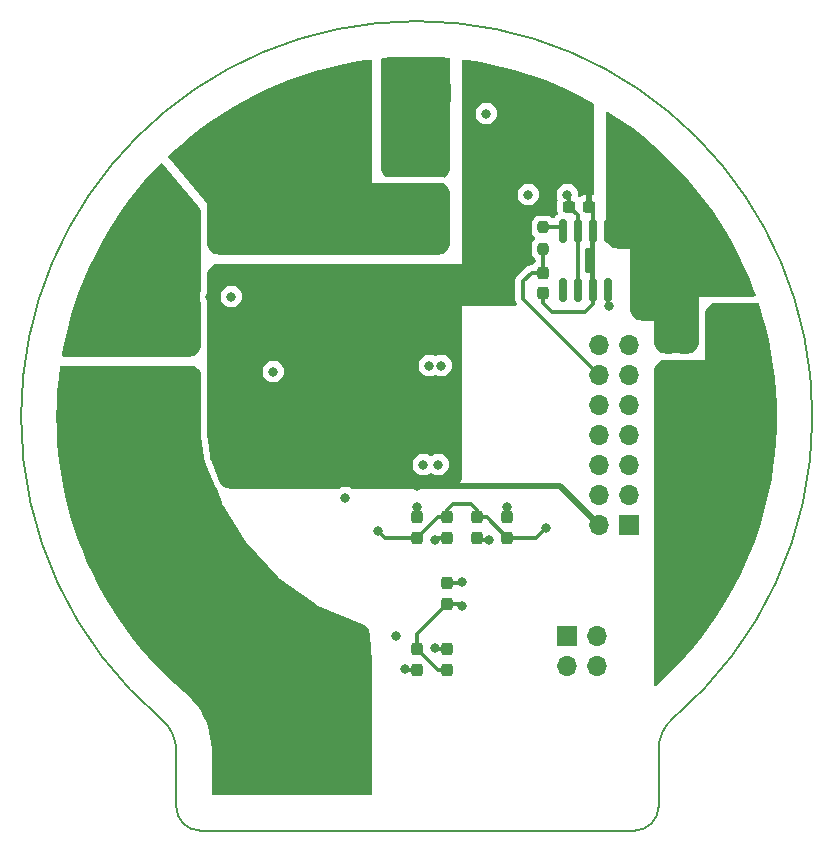
<source format=gbr>
%TF.GenerationSoftware,KiCad,Pcbnew,7.0.6*%
%TF.CreationDate,2024-03-18T21:18:51+03:00*%
%TF.ProjectId,_____ ________,1f3b3042-3020-4343-9042-47383a3e322e,rev?*%
%TF.SameCoordinates,Original*%
%TF.FileFunction,Copper,L4,Bot*%
%TF.FilePolarity,Positive*%
%FSLAX46Y46*%
G04 Gerber Fmt 4.6, Leading zero omitted, Abs format (unit mm)*
G04 Created by KiCad (PCBNEW 7.0.6) date 2024-03-18 21:18:51*
%MOMM*%
%LPD*%
G01*
G04 APERTURE LIST*
G04 Aperture macros list*
%AMRoundRect*
0 Rectangle with rounded corners*
0 $1 Rounding radius*
0 $2 $3 $4 $5 $6 $7 $8 $9 X,Y pos of 4 corners*
0 Add a 4 corners polygon primitive as box body*
4,1,4,$2,$3,$4,$5,$6,$7,$8,$9,$2,$3,0*
0 Add four circle primitives for the rounded corners*
1,1,$1+$1,$2,$3*
1,1,$1+$1,$4,$5*
1,1,$1+$1,$6,$7*
1,1,$1+$1,$8,$9*
0 Add four rect primitives between the rounded corners*
20,1,$1+$1,$2,$3,$4,$5,0*
20,1,$1+$1,$4,$5,$6,$7,0*
20,1,$1+$1,$6,$7,$8,$9,0*
20,1,$1+$1,$8,$9,$2,$3,0*%
%AMRotRect*
0 Rectangle, with rotation*
0 The origin of the aperture is its center*
0 $1 length*
0 $2 width*
0 $3 Rotation angle, in degrees counterclockwise*
0 Add horizontal line*
21,1,$1,$2,0,0,$3*%
G04 Aperture macros list end*
%TA.AperFunction,ComponentPad*%
%ADD10RotRect,1.635000X1.635000X290.000000*%
%TD*%
%TA.AperFunction,ComponentPad*%
%ADD11C,1.635000*%
%TD*%
%TA.AperFunction,ComponentPad*%
%ADD12C,6.000000*%
%TD*%
%TA.AperFunction,ComponentPad*%
%ADD13RotRect,1.635000X1.635000X70.000000*%
%TD*%
%TA.AperFunction,ComponentPad*%
%ADD14RotRect,1.635000X1.635000X300.000000*%
%TD*%
%TA.AperFunction,ComponentPad*%
%ADD15R,1.635000X1.635000*%
%TD*%
%TA.AperFunction,ComponentPad*%
%ADD16RotRect,1.635000X1.635000X60.000000*%
%TD*%
%TA.AperFunction,ComponentPad*%
%ADD17RotRect,1.635000X1.635000X50.000000*%
%TD*%
%TA.AperFunction,ComponentPad*%
%ADD18R,1.700000X1.700000*%
%TD*%
%TA.AperFunction,ComponentPad*%
%ADD19O,1.700000X1.700000*%
%TD*%
%TA.AperFunction,ComponentPad*%
%ADD20RotRect,1.635000X1.635000X310.000000*%
%TD*%
%TA.AperFunction,SMDPad,CuDef*%
%ADD21RoundRect,0.237500X0.237500X-0.300000X0.237500X0.300000X-0.237500X0.300000X-0.237500X-0.300000X0*%
%TD*%
%TA.AperFunction,SMDPad,CuDef*%
%ADD22RoundRect,0.237500X-0.237500X0.300000X-0.237500X-0.300000X0.237500X-0.300000X0.237500X0.300000X0*%
%TD*%
%TA.AperFunction,SMDPad,CuDef*%
%ADD23RoundRect,0.237500X0.237500X-0.250000X0.237500X0.250000X-0.237500X0.250000X-0.237500X-0.250000X0*%
%TD*%
%TA.AperFunction,SMDPad,CuDef*%
%ADD24RoundRect,0.150000X0.150000X-0.825000X0.150000X0.825000X-0.150000X0.825000X-0.150000X-0.825000X0*%
%TD*%
%TA.AperFunction,SMDPad,CuDef*%
%ADD25RoundRect,0.249999X-0.450001X-1.425001X0.450001X-1.425001X0.450001X1.425001X-0.450001X1.425001X0*%
%TD*%
%TA.AperFunction,SMDPad,CuDef*%
%ADD26RoundRect,0.237500X-0.300000X-0.237500X0.300000X-0.237500X0.300000X0.237500X-0.300000X0.237500X0*%
%TD*%
%TA.AperFunction,ViaPad*%
%ADD27C,0.800000*%
%TD*%
%TA.AperFunction,Conductor*%
%ADD28C,0.300000*%
%TD*%
%TA.AperFunction,Conductor*%
%ADD29C,0.500000*%
%TD*%
%TA.AperFunction,Profile*%
%ADD30C,0.200000*%
%TD*%
G04 APERTURE END LIST*
D10*
%TO.P,J13,1,1*%
%TO.N,B_OUT*%
X144872270Y-59835673D03*
D11*
%TO.P,J13,2,2*%
X146411361Y-64064290D03*
%TD*%
D12*
%TO.P,J2,1,Pin_1*%
%TO.N,B*%
X151765000Y-55880000D03*
%TD*%
%TO.P,J3,1,Pin_1*%
%TO.N,C*%
X129540000Y-70485000D03*
%TD*%
D13*
%TO.P,J7,1,1*%
%TO.N,C_OUT*%
X145272909Y-107352617D03*
D11*
%TO.P,J7,2,2*%
X146812000Y-103124000D03*
%TD*%
D14*
%TO.P,J12,1,1*%
%TO.N,B_OUT*%
X139990000Y-62142886D03*
D11*
%TO.P,J12,2,2*%
X142240000Y-66040000D03*
%TD*%
D15*
%TO.P,J6,1,1*%
%TO.N,A_OUT*%
X178272000Y-79248000D03*
D11*
%TO.P,J6,2,2*%
X173772000Y-79248000D03*
%TD*%
D12*
%TO.P,J1,1,Pin_1*%
%TO.N,A*%
X173990000Y-70485000D03*
%TD*%
D16*
%TO.P,J10,1,1*%
%TO.N,C_OUT*%
X140498000Y-104989114D03*
D11*
%TO.P,J10,2,2*%
X142748000Y-101092000D03*
%TD*%
D15*
%TO.P,J5,1,1*%
%TO.N,A_OUT*%
X178272000Y-83566000D03*
D11*
%TO.P,J5,2,2*%
X173772000Y-83566000D03*
%TD*%
D17*
%TO.P,J11,1,1*%
%TO.N,C_OUT*%
X136045456Y-101999200D03*
D11*
%TO.P,J11,2,2*%
X138938000Y-98552000D03*
%TD*%
D18*
%TO.P,J8,1,Pin_1*%
%TO.N,PTC_Coil_A*%
X164540000Y-101874000D03*
D19*
%TO.P,J8,2,Pin_2*%
%TO.N,GNDA*%
X167080000Y-101874000D03*
%TO.P,J8,3,Pin_3*%
%TO.N,PTC_Coil_C*%
X164540000Y-104414000D03*
%TO.P,J8,4,Pin_4*%
%TO.N,PTC_Coil_B*%
X167080000Y-104414000D03*
%TD*%
D20*
%TO.P,J14,1,1*%
%TO.N,B_OUT*%
X135537456Y-65132800D03*
D11*
%TO.P,J14,2,2*%
X138430000Y-68580000D03*
%TD*%
D15*
%TO.P,J9,1,1*%
%TO.N,A_OUT*%
X178272000Y-87884000D03*
D11*
%TO.P,J9,2,2*%
X173772000Y-87884000D03*
%TD*%
D21*
%TO.P,C10,1*%
%TO.N,PTC_Coil_A*%
X156972000Y-93572500D03*
%TO.P,C10,2*%
%TO.N,GNDA*%
X156972000Y-91847500D03*
%TD*%
D22*
%TO.P,C13,1*%
%TO.N,Temp_Coil_B_MCU*%
X151892000Y-91847500D03*
%TO.P,C13,2*%
%TO.N,GNDA*%
X151892000Y-93572500D03*
%TD*%
D21*
%TO.P,C17,1*%
%TO.N,Temp_Coil_C_MCU*%
X151892000Y-104748500D03*
%TO.P,C17,2*%
%TO.N,GNDA*%
X151892000Y-103023500D03*
%TD*%
D23*
%TO.P,R3,1*%
%TO.N,Current_A_MCU*%
X162560000Y-69111500D03*
%TO.P,R3,2*%
%TO.N,Net-(R3-Pad2)*%
X162560000Y-67286500D03*
%TD*%
D22*
%TO.P,C14,1*%
%TO.N,PTC_Coil_C*%
X154432000Y-103023500D03*
%TO.P,C14,2*%
%TO.N,GNDA*%
X154432000Y-104748500D03*
%TD*%
%TO.P,C16,1*%
%TO.N,Current_A_MCU*%
X162560000Y-71146500D03*
%TO.P,C16,2*%
%TO.N,GND*%
X162560000Y-72871500D03*
%TD*%
%TO.P,C11,1*%
%TO.N,Temp_Coil_A_MCU*%
X159512000Y-91847500D03*
%TO.P,C11,2*%
%TO.N,GNDA*%
X159512000Y-93572500D03*
%TD*%
D18*
%TO.P,J4,1,Pin_1*%
%TO.N,+3.3V*%
X169784000Y-92456000D03*
D19*
%TO.P,J4,2,Pin_2*%
%TO.N,GND*%
X167244000Y-92456000D03*
%TO.P,J4,3,Pin_3*%
%TO.N,CS_MCU*%
X169784000Y-89916000D03*
%TO.P,J4,4,Pin_4*%
%TO.N,Temp_Coil_C_MCU*%
X167244000Y-89916000D03*
%TO.P,J4,5,Pin_5*%
%TO.N,SCLK_MCU*%
X169784000Y-87376000D03*
%TO.P,J4,6,Pin_6*%
%TO.N,Temp_Coil_B_MCU*%
X167244000Y-87376000D03*
%TO.P,J4,7,Pin_7*%
%TO.N,SDIO_MCU*%
X169784000Y-84836000D03*
%TO.P,J4,8,Pin_8*%
%TO.N,Temp_Coil_A_MCU*%
X167244000Y-84836000D03*
%TO.P,J4,9,Pin_9*%
%TO.N,OUT_MCU*%
X169784000Y-82296000D03*
%TO.P,J4,10,Pin_10*%
%TO.N,Current_C_MCU*%
X167244000Y-82296000D03*
%TO.P,J4,11,Pin_11*%
%TO.N,Current_B_MCU*%
X169784000Y-79756000D03*
%TO.P,J4,12,Pin_12*%
%TO.N,Current_A_MCU*%
X167244000Y-79756000D03*
%TO.P,J4,13,Pin_13*%
%TO.N,+3.3VA*%
X169784000Y-77216000D03*
%TO.P,J4,14,Pin_14*%
%TO.N,GNDA*%
X167244000Y-77216000D03*
%TD*%
D24*
%TO.P,U1,1,-*%
%TO.N,A_OUT*%
X168021000Y-72579000D03*
%TO.P,U1,2,GND*%
%TO.N,GND*%
X166751000Y-72579000D03*
%TO.P,U1,3,REF2*%
%TO.N,+3.3V*%
X165481000Y-72579000D03*
%TO.P,U1,4,NC*%
%TO.N,unconnected-(U1-NC-Pad4)*%
X164211000Y-72579000D03*
%TO.P,U1,5*%
%TO.N,Net-(R3-Pad2)*%
X164211000Y-67629000D03*
%TO.P,U1,6,V+*%
%TO.N,+3.3V*%
X165481000Y-67629000D03*
%TO.P,U1,7,REF1*%
%TO.N,GND*%
X166751000Y-67629000D03*
%TO.P,U1,8,+*%
%TO.N,A*%
X168021000Y-67629000D03*
%TD*%
D22*
%TO.P,C18,1*%
%TO.N,+3.3VA*%
X154432000Y-97435500D03*
%TO.P,C18,2*%
%TO.N,GNDA*%
X154432000Y-99160500D03*
%TD*%
D25*
%TO.P,R4,1*%
%TO.N,A*%
X172972000Y-75946000D03*
%TO.P,R4,2*%
%TO.N,A_OUT*%
X179072000Y-75946000D03*
%TD*%
D26*
%TO.P,C15,1*%
%TO.N,+3.3V*%
X164745500Y-65532000D03*
%TO.P,C15,2*%
%TO.N,GND*%
X166470500Y-65532000D03*
%TD*%
D21*
%TO.P,C12,1*%
%TO.N,PTC_Coil_B*%
X154432000Y-93572500D03*
%TO.P,C12,2*%
%TO.N,GNDA*%
X154432000Y-91847500D03*
%TD*%
D27*
%TO.N,+3.3V*%
X136144000Y-73152000D03*
X164592000Y-64516000D03*
X157734000Y-57658000D03*
X145796000Y-90170000D03*
%TO.N,GND*%
X149606000Y-77470000D03*
X156210000Y-57658000D03*
X134366000Y-73152000D03*
X151892000Y-89154000D03*
%TO.N,OUT_MCU*%
X152400000Y-87376000D03*
%TO.N,SCLK_MCU*%
X153670000Y-87376000D03*
%TO.N,CS_MCU*%
X153924000Y-78994000D03*
%TO.N,SDIO_MCU*%
X152908000Y-78994000D03*
%TO.N,Current_B_MCU*%
X161290000Y-64516000D03*
%TO.N,Current_C_MCU*%
X139700000Y-79502000D03*
%TO.N,A*%
X170688000Y-72644000D03*
X175006000Y-74676000D03*
X171450000Y-74168000D03*
X174244000Y-75184000D03*
X170688000Y-73660000D03*
X174244000Y-77216000D03*
X175006000Y-76708000D03*
X175006000Y-75692000D03*
X174244000Y-74168000D03*
X174244000Y-76200000D03*
X170688000Y-74676000D03*
%TO.N,A_OUT*%
X180594000Y-79248000D03*
X177546000Y-76708000D03*
X180594000Y-76708000D03*
X180594000Y-74676000D03*
X181102000Y-78486000D03*
X180086000Y-78486000D03*
X176784000Y-75184000D03*
X168148000Y-73914000D03*
X177546000Y-74676000D03*
X177546000Y-77724000D03*
X180594000Y-77724000D03*
X176784000Y-77216000D03*
X180594000Y-75692000D03*
X181102000Y-80010000D03*
X180086000Y-80010000D03*
X177546000Y-75692000D03*
X176784000Y-76200000D03*
%TO.N,B*%
X149352000Y-59182000D03*
X150368000Y-62230000D03*
X149352000Y-61214000D03*
X149352000Y-62230000D03*
X149352000Y-60198000D03*
X152400000Y-62230000D03*
X151384000Y-62230000D03*
X153416000Y-62230000D03*
%TO.N,B_OUT*%
X152400000Y-64008000D03*
X151892000Y-65024000D03*
X149352000Y-68072000D03*
X152400000Y-68072000D03*
X150876000Y-65024000D03*
X149352000Y-66040000D03*
X151384000Y-64008000D03*
X153416000Y-68072000D03*
X149352000Y-64008000D03*
X150368000Y-64008000D03*
X151384000Y-68072000D03*
X153416000Y-64008000D03*
X152908000Y-65024000D03*
X149352000Y-67056000D03*
X150368000Y-68072000D03*
X149860000Y-65024000D03*
%TO.N,C*%
X125984000Y-75692000D03*
X127000000Y-73660000D03*
X126492000Y-76708000D03*
X125476000Y-76708000D03*
X127508000Y-74676000D03*
X124460000Y-76708000D03*
X125984000Y-73660000D03*
X124968000Y-75692000D03*
X127000000Y-75692000D03*
X126492000Y-74676000D03*
X125476000Y-74676000D03*
%TO.N,C_OUT*%
X130048000Y-80264000D03*
X127000000Y-81280000D03*
X129032000Y-80264000D03*
X132080000Y-84836000D03*
X132080000Y-83312000D03*
X130556000Y-84074000D03*
X128016000Y-83312000D03*
X131064000Y-83312000D03*
X128016000Y-84836000D03*
X129540000Y-84074000D03*
X129032000Y-84836000D03*
X129032000Y-83312000D03*
X127000000Y-83312000D03*
X127000000Y-82296000D03*
X131064000Y-84836000D03*
X131064000Y-80264000D03*
X130048000Y-83312000D03*
X127000000Y-80264000D03*
X130048000Y-84836000D03*
X128016000Y-80264000D03*
X131572000Y-84074000D03*
X128524000Y-84074000D03*
%TO.N,GNDA*%
X155702000Y-99314000D03*
X148590000Y-92964000D03*
X150114000Y-101854000D03*
X162814000Y-92710000D03*
%TO.N,Temp_Coil_C_MCU*%
X150876000Y-104648000D03*
%TO.N,Temp_Coil_B_MCU*%
X151892000Y-90932000D03*
%TO.N,Temp_Coil_A_MCU*%
X159512000Y-90932000D03*
%TO.N,+3.3VA*%
X155702000Y-97282000D03*
%TO.N,PTC_Coil_A*%
X157988000Y-93726000D03*
%TO.N,PTC_Coil_B*%
X153416000Y-93726000D03*
%TO.N,PTC_Coil_C*%
X153416000Y-102870000D03*
%TD*%
D28*
%TO.N,+3.3V*%
X164745500Y-64669500D02*
X164592000Y-64516000D01*
X165481000Y-67629000D02*
X165481000Y-66267500D01*
X165481000Y-67629000D02*
X165481000Y-72579000D01*
X165481000Y-66267500D02*
X164745500Y-65532000D01*
X164745500Y-65532000D02*
X164745500Y-64669500D01*
%TO.N,GND*%
X166751000Y-65812500D02*
X166470500Y-65532000D01*
X166751000Y-73787000D02*
X166751000Y-72579000D01*
X166116000Y-74422000D02*
X166751000Y-73787000D01*
D29*
X163942000Y-89154000D02*
X151892000Y-89154000D01*
D28*
X166751000Y-72579000D02*
X166751000Y-67629000D01*
X162560000Y-72871500D02*
X162560000Y-73716875D01*
X166751000Y-67629000D02*
X166751000Y-65812500D01*
D29*
X167244000Y-92456000D02*
X163942000Y-89154000D01*
D28*
X163265125Y-74422000D02*
X166116000Y-74422000D01*
X162560000Y-73716875D02*
X163265125Y-74422000D01*
%TO.N,Current_A_MCU*%
X160838000Y-71879000D02*
X160838000Y-73350000D01*
X162560000Y-69111500D02*
X162560000Y-71146500D01*
X161570500Y-71146500D02*
X160838000Y-71879000D01*
X162560000Y-71146500D02*
X161570500Y-71146500D01*
X160838000Y-73350000D02*
X167244000Y-79756000D01*
%TO.N,A_OUT*%
X168021000Y-72579000D02*
X168021000Y-73787000D01*
X168021000Y-73787000D02*
X168148000Y-73914000D01*
%TO.N,GNDA*%
X154432000Y-99160500D02*
X155548500Y-99160500D01*
X161951500Y-93572500D02*
X162814000Y-92710000D01*
X156972000Y-91847500D02*
X157787000Y-91847500D01*
X151892000Y-103023500D02*
X153617000Y-104748500D01*
X153617000Y-104748500D02*
X154432000Y-104748500D01*
X155548500Y-99160500D02*
X155702000Y-99314000D01*
X159512000Y-93572500D02*
X161951500Y-93572500D01*
X156972000Y-91186000D02*
X156972000Y-91847500D01*
X157787000Y-91847500D02*
X159512000Y-93572500D01*
X154432000Y-91847500D02*
X154432000Y-91186000D01*
X149198500Y-93572500D02*
X148590000Y-92964000D01*
X156464000Y-90678000D02*
X156972000Y-91186000D01*
X154940000Y-90678000D02*
X156464000Y-90678000D01*
X151892000Y-103023500D02*
X151892000Y-101700500D01*
X151892000Y-93572500D02*
X149198500Y-93572500D01*
X151892000Y-101700500D02*
X154432000Y-99160500D01*
X154432000Y-91186000D02*
X154940000Y-90678000D01*
X153617000Y-91847500D02*
X151892000Y-93572500D01*
X154432000Y-91847500D02*
X153617000Y-91847500D01*
%TO.N,Temp_Coil_C_MCU*%
X151892000Y-104748500D02*
X150976500Y-104748500D01*
X150976500Y-104748500D02*
X150876000Y-104648000D01*
%TO.N,Temp_Coil_B_MCU*%
X151892000Y-91847500D02*
X151892000Y-90932000D01*
%TO.N,+3.3VA*%
X155548500Y-97435500D02*
X155702000Y-97282000D01*
X154432000Y-97435500D02*
X155548500Y-97435500D01*
%TO.N,PTC_Coil_A*%
X157125500Y-93726000D02*
X156972000Y-93572500D01*
X157988000Y-93726000D02*
X157125500Y-93726000D01*
%TO.N,PTC_Coil_B*%
X154432000Y-93572500D02*
X153569500Y-93572500D01*
X153569500Y-93572500D02*
X153416000Y-93726000D01*
%TO.N,PTC_Coil_C*%
X153569500Y-103023500D02*
X153416000Y-102870000D01*
X154432000Y-103023500D02*
X153569500Y-103023500D01*
%TO.N,Net-(R3-Pad2)*%
X163868500Y-67286500D02*
X164211000Y-67629000D01*
X162560000Y-67286500D02*
X163868500Y-67286500D01*
%TD*%
%TA.AperFunction,Conductor*%
%TO.N,A*%
G36*
X168083162Y-57521101D02*
G01*
X168304778Y-57657998D01*
X168337537Y-57678234D01*
X169242817Y-58283123D01*
X170125931Y-58919938D01*
X170985753Y-59587868D01*
X171821187Y-60286062D01*
X172631168Y-61013629D01*
X173414665Y-61769643D01*
X174170679Y-62553140D01*
X174898246Y-63363121D01*
X175596440Y-64198555D01*
X176264370Y-65058377D01*
X176901185Y-65941491D01*
X177506074Y-66846771D01*
X178078266Y-67773065D01*
X178617032Y-68719192D01*
X179121686Y-69683945D01*
X179591583Y-70666096D01*
X180026126Y-71664393D01*
X180424760Y-72677563D01*
X180533834Y-72986747D01*
X180537573Y-73056517D01*
X180502999Y-73117232D01*
X180441088Y-73149617D01*
X180416897Y-73152000D01*
X175768000Y-73152000D01*
X175768000Y-74152000D01*
X175768000Y-74152003D01*
X175768000Y-76974951D01*
X175767701Y-76981032D01*
X175749982Y-77160934D01*
X175745240Y-77184775D01*
X175695424Y-77348998D01*
X175686121Y-77371456D01*
X175605227Y-77522798D01*
X175591722Y-77543010D01*
X175482854Y-77675666D01*
X175465666Y-77692854D01*
X175333010Y-77801722D01*
X175312798Y-77815227D01*
X175161456Y-77896121D01*
X175138998Y-77905424D01*
X174974775Y-77955240D01*
X174950934Y-77959982D01*
X174771032Y-77977701D01*
X174764951Y-77978000D01*
X174140984Y-77978000D01*
X174108891Y-77973775D01*
X174001748Y-77945066D01*
X174001744Y-77945065D01*
X174001743Y-77945065D01*
X174001742Y-77945064D01*
X174001737Y-77945064D01*
X173772002Y-77924965D01*
X173771998Y-77924965D01*
X173542262Y-77945064D01*
X173542251Y-77945066D01*
X173435109Y-77973775D01*
X173403016Y-77978000D01*
X172961049Y-77978000D01*
X172954968Y-77977701D01*
X172775065Y-77959982D01*
X172751224Y-77955240D01*
X172587001Y-77905424D01*
X172564543Y-77896121D01*
X172413201Y-77815227D01*
X172392989Y-77801722D01*
X172260333Y-77692854D01*
X172243145Y-77675666D01*
X172134277Y-77543010D01*
X172120772Y-77522798D01*
X172039878Y-77371456D01*
X172030575Y-77348998D01*
X171980757Y-77184769D01*
X171976018Y-77160941D01*
X171958299Y-76981032D01*
X171958000Y-76974951D01*
X171958000Y-76184003D01*
X171958000Y-76183999D01*
X171958000Y-75184000D01*
X170958000Y-75184000D01*
X170957997Y-75184000D01*
X170929049Y-75184000D01*
X170922968Y-75183701D01*
X170743065Y-75165982D01*
X170719224Y-75161240D01*
X170555001Y-75111424D01*
X170532543Y-75102121D01*
X170381201Y-75021227D01*
X170360989Y-75007722D01*
X170228333Y-74898854D01*
X170211145Y-74881666D01*
X170102277Y-74749010D01*
X170088772Y-74728798D01*
X170007878Y-74577456D01*
X169998575Y-74554998D01*
X169948757Y-74390769D01*
X169944018Y-74366941D01*
X169926299Y-74187032D01*
X169926000Y-74180951D01*
X169926000Y-70088003D01*
X169925999Y-70087992D01*
X169926000Y-69088000D01*
X168926000Y-69088000D01*
X168925997Y-69088000D01*
X168897049Y-69088000D01*
X168890968Y-69087701D01*
X168711065Y-69069982D01*
X168687224Y-69065240D01*
X168523001Y-69015424D01*
X168500543Y-69006121D01*
X168349201Y-68925227D01*
X168328989Y-68911722D01*
X168196333Y-68802854D01*
X168179145Y-68785666D01*
X168070277Y-68653010D01*
X168056772Y-68632798D01*
X167975878Y-68481456D01*
X167966575Y-68458998D01*
X167916757Y-68294769D01*
X167912018Y-68270941D01*
X167894299Y-68091032D01*
X167894000Y-68084951D01*
X167894000Y-57626598D01*
X167913685Y-57559559D01*
X167966489Y-57513804D01*
X168035647Y-57503860D01*
X168083162Y-57521101D01*
G37*
%TD.AperFunction*%
%TD*%
%TA.AperFunction,Conductor*%
%TO.N,B*%
G36*
X152936860Y-52855979D02*
G01*
X154024071Y-52914255D01*
X154573055Y-52963382D01*
X154638070Y-52988962D01*
X154678937Y-53045634D01*
X154686000Y-53086887D01*
X154686000Y-62242951D01*
X154685701Y-62249032D01*
X154667982Y-62428934D01*
X154663240Y-62452775D01*
X154613424Y-62616998D01*
X154604121Y-62639456D01*
X154523227Y-62790798D01*
X154509722Y-62811010D01*
X154400854Y-62943666D01*
X154383665Y-62960855D01*
X154272477Y-63052104D01*
X154208167Y-63079416D01*
X154157819Y-63074911D01*
X154027632Y-63035421D01*
X154027630Y-63035420D01*
X154003559Y-63029391D01*
X153955387Y-63019809D01*
X153930836Y-63016168D01*
X153930838Y-63016168D01*
X153772094Y-63000533D01*
X153732410Y-62996625D01*
X153726229Y-62996169D01*
X153720049Y-62995713D01*
X153701575Y-62994805D01*
X153689160Y-62994500D01*
X153689159Y-62994500D01*
X149231699Y-62994500D01*
X149164660Y-62974815D01*
X149153036Y-62966355D01*
X149146334Y-62960855D01*
X149129144Y-62943665D01*
X149020277Y-62811010D01*
X149006772Y-62790798D01*
X148925878Y-62639456D01*
X148916575Y-62616998D01*
X148866757Y-62452769D01*
X148862018Y-62428941D01*
X148844299Y-62249032D01*
X148844000Y-62242951D01*
X148844000Y-53101789D01*
X148863685Y-53034750D01*
X148916489Y-52988995D01*
X148956942Y-52978284D01*
X149672453Y-52914255D01*
X150759664Y-52855979D01*
X151848262Y-52836546D01*
X152936860Y-52855979D01*
G37*
%TD.AperFunction*%
%TD*%
%TA.AperFunction,Conductor*%
%TO.N,A_OUT*%
G36*
X180749031Y-73679685D02*
G01*
X180794786Y-73732489D01*
X180800324Y-73746941D01*
X180963024Y-74266549D01*
X181112318Y-74743344D01*
X181400365Y-75793321D01*
X181650753Y-76852911D01*
X181863162Y-77920762D01*
X182037321Y-78995515D01*
X182173009Y-80075798D01*
X182270053Y-81160237D01*
X182328329Y-82247448D01*
X182347761Y-83336082D01*
X182329473Y-84392100D01*
X182274629Y-85446889D01*
X182183295Y-86499146D01*
X182055581Y-87547610D01*
X181891640Y-88591023D01*
X181691669Y-89628134D01*
X181455908Y-90657699D01*
X181184639Y-91678483D01*
X180878188Y-92689262D01*
X180536922Y-93688825D01*
X180161251Y-94675971D01*
X179751624Y-95649518D01*
X179308534Y-96608298D01*
X178832512Y-97551160D01*
X178324128Y-98476975D01*
X177783992Y-99384632D01*
X177212752Y-100273042D01*
X176611093Y-101141140D01*
X175979737Y-101987885D01*
X175319441Y-102812261D01*
X174630996Y-103613280D01*
X173915229Y-104389981D01*
X173172997Y-105141432D01*
X172405191Y-105866733D01*
X172163978Y-106079279D01*
X172100666Y-106108831D01*
X172031427Y-106099462D01*
X171978245Y-106054148D01*
X171958004Y-105987274D01*
X171958000Y-105986244D01*
X171958000Y-79489048D01*
X171958299Y-79482967D01*
X171962706Y-79438213D01*
X171976018Y-79303056D01*
X171980757Y-79279232D01*
X172030577Y-79114994D01*
X172039875Y-79092549D01*
X172120775Y-78941195D01*
X172134272Y-78920995D01*
X172243149Y-78788328D01*
X172260328Y-78771149D01*
X172392995Y-78662272D01*
X172413195Y-78648775D01*
X172564549Y-78567875D01*
X172586994Y-78558577D01*
X172751232Y-78508757D01*
X172775056Y-78504018D01*
X172889501Y-78492746D01*
X172954969Y-78486299D01*
X172961049Y-78486000D01*
X175275997Y-78486000D01*
X175276000Y-78486000D01*
X176276000Y-78486000D01*
X176276000Y-74663047D01*
X176276299Y-74656967D01*
X176281824Y-74600867D01*
X176294018Y-74477056D01*
X176298757Y-74453232D01*
X176348577Y-74288994D01*
X176357875Y-74266549D01*
X176438775Y-74115195D01*
X176452272Y-74094995D01*
X176561149Y-73962328D01*
X176578328Y-73945149D01*
X176710995Y-73836272D01*
X176731195Y-73822775D01*
X176882549Y-73741875D01*
X176904994Y-73732577D01*
X177069232Y-73682757D01*
X177093056Y-73678018D01*
X177207501Y-73666746D01*
X177272969Y-73660299D01*
X177279049Y-73660000D01*
X180681992Y-73660000D01*
X180749031Y-73679685D01*
G37*
%TD.AperFunction*%
%TD*%
%TA.AperFunction,Conductor*%
%TO.N,C_OUT*%
G36*
X132655684Y-78994279D02*
G01*
X132829947Y-79010894D01*
X132853048Y-79015338D01*
X133012525Y-79062088D01*
X133034381Y-79070824D01*
X133182132Y-79146858D01*
X133201944Y-79159565D01*
X133332676Y-79262155D01*
X133349730Y-79278378D01*
X133458718Y-79403820D01*
X133472399Y-79422973D01*
X133555718Y-79566746D01*
X133565534Y-79588139D01*
X133599602Y-79685964D01*
X133606500Y-79726745D01*
X133606500Y-84781599D01*
X133608857Y-84857412D01*
X133610065Y-84876942D01*
X133617153Y-84952688D01*
X133849188Y-86808974D01*
X133852317Y-86828833D01*
X133878209Y-86964644D01*
X133881748Y-86980440D01*
X133887775Y-87003807D01*
X133890262Y-87012316D01*
X133892318Y-87019347D01*
X133935338Y-87150714D01*
X133942221Y-87169652D01*
X133991729Y-87293422D01*
X134024759Y-87375998D01*
X134099855Y-87563738D01*
X134518556Y-88610493D01*
X134662396Y-88970092D01*
X134667330Y-88981594D01*
X134675114Y-88998563D01*
X134680630Y-89009843D01*
X134773605Y-89188562D01*
X134773609Y-89188569D01*
X134786275Y-89210220D01*
X134813428Y-89251763D01*
X134813429Y-89251764D01*
X134828169Y-89272044D01*
X134828170Y-89272045D01*
X134952653Y-89426590D01*
X134952654Y-89426591D01*
X134955191Y-89429440D01*
X134980234Y-89472704D01*
X135345491Y-90568474D01*
X135382000Y-90678000D01*
X135442511Y-90776330D01*
X135442513Y-90776334D01*
X135442517Y-90776340D01*
X135442516Y-90776340D01*
X136529021Y-92541910D01*
X137215207Y-93656963D01*
X137363978Y-93898715D01*
X137363978Y-93898716D01*
X137363987Y-93898729D01*
X137414000Y-93980000D01*
X137478482Y-94050344D01*
X137478493Y-94050357D01*
X137478493Y-94050358D01*
X140110667Y-96921819D01*
X140208000Y-97028000D01*
X140300173Y-97091812D01*
X140300182Y-97091819D01*
X140300183Y-97091819D01*
X143082935Y-99018340D01*
X143510000Y-99314000D01*
X147252775Y-100855142D01*
X147257933Y-100857550D01*
X147408670Y-100936604D01*
X147427868Y-100949056D01*
X147554730Y-101049116D01*
X147571310Y-101064882D01*
X147677626Y-101186552D01*
X147691029Y-101205100D01*
X147773169Y-101344223D01*
X147782936Y-101364918D01*
X147838116Y-101516776D01*
X147843913Y-101538915D01*
X147871650Y-101706826D01*
X147872322Y-101712517D01*
X147961402Y-102959630D01*
X148028024Y-103892343D01*
X148029012Y-103906168D01*
X148079459Y-104612422D01*
X148081364Y-104648022D01*
X148082000Y-104683669D01*
X148082000Y-115239500D01*
X148062315Y-115306539D01*
X148009511Y-115352294D01*
X147958000Y-115363500D01*
X134612119Y-115363500D01*
X134545080Y-115343815D01*
X134499325Y-115291011D01*
X134488119Y-115239500D01*
X134488119Y-111670992D01*
X134488137Y-111670930D01*
X134488223Y-111383812D01*
X134454283Y-110913491D01*
X134445641Y-110854097D01*
X134386384Y-110446846D01*
X134284885Y-109986348D01*
X134284885Y-109986346D01*
X134150318Y-109534406D01*
X134150319Y-109534407D01*
X133983386Y-109093387D01*
X133784969Y-108665610D01*
X133556111Y-108253327D01*
X133298002Y-107858682D01*
X133298002Y-107858683D01*
X133012006Y-107483762D01*
X132846315Y-107296405D01*
X132699622Y-107130530D01*
X132362485Y-106800834D01*
X132333214Y-106776084D01*
X132312714Y-106758750D01*
X132310168Y-106756474D01*
X132309069Y-106755435D01*
X132181061Y-106647432D01*
X132180650Y-106646811D01*
X132179477Y-106646071D01*
X131381180Y-105948390D01*
X130606863Y-105222628D01*
X129858264Y-104470367D01*
X129136290Y-103692516D01*
X128441816Y-102890018D01*
X127775682Y-102063844D01*
X127138694Y-101214995D01*
X126531625Y-100344499D01*
X125955209Y-99453408D01*
X125410144Y-98542803D01*
X124897090Y-97613786D01*
X124416667Y-96667482D01*
X123969459Y-95705036D01*
X123556006Y-94727613D01*
X123406355Y-94336427D01*
X123176809Y-93736398D01*
X122832327Y-92732591D01*
X122522978Y-91717406D01*
X122249134Y-90692073D01*
X122011130Y-89657833D01*
X121809251Y-88615940D01*
X121643744Y-87567653D01*
X121514807Y-86514243D01*
X121422599Y-85456985D01*
X121367229Y-84397158D01*
X121348765Y-83336047D01*
X121348763Y-83335969D01*
X121368195Y-82247448D01*
X121426471Y-81160237D01*
X121523515Y-80075798D01*
X121523515Y-80075797D01*
X121645760Y-79102546D01*
X121673646Y-79038483D01*
X121731740Y-78999665D01*
X121768793Y-78994000D01*
X132649803Y-78994000D01*
X132655684Y-78994279D01*
G37*
%TD.AperFunction*%
%TD*%
%TA.AperFunction,Conductor*%
%TO.N,C*%
G36*
X130276415Y-61879676D02*
G01*
X130329820Y-61916514D01*
X131165740Y-62904420D01*
X133365628Y-65504289D01*
X133368958Y-65508595D01*
X133462181Y-65640712D01*
X133473109Y-65659507D01*
X133538347Y-65798471D01*
X133545826Y-65818888D01*
X133585786Y-65967105D01*
X133589584Y-65988512D01*
X133603761Y-66149599D01*
X133604000Y-66155037D01*
X133604000Y-72637596D01*
X133587387Y-72699596D01*
X133538821Y-72783714D01*
X133480327Y-72963740D01*
X133480326Y-72963744D01*
X133460540Y-73152000D01*
X133480326Y-73340256D01*
X133480327Y-73340259D01*
X133538821Y-73520285D01*
X133587387Y-73604403D01*
X133604000Y-73666403D01*
X133603999Y-77228951D01*
X133603700Y-77235032D01*
X133585982Y-77414934D01*
X133581240Y-77438775D01*
X133531424Y-77602998D01*
X133522121Y-77625456D01*
X133441227Y-77776798D01*
X133427722Y-77797010D01*
X133318854Y-77929666D01*
X133301666Y-77946854D01*
X133169010Y-78055722D01*
X133148798Y-78069227D01*
X132997456Y-78150121D01*
X132974998Y-78159424D01*
X132810775Y-78209240D01*
X132786934Y-78213982D01*
X132607032Y-78231701D01*
X132600951Y-78232000D01*
X121928638Y-78232000D01*
X121861599Y-78212315D01*
X121815844Y-78159511D01*
X121805900Y-78090353D01*
X121806235Y-78088165D01*
X121833362Y-77920762D01*
X122045771Y-76852911D01*
X122296159Y-75793321D01*
X122584206Y-74743344D01*
X122909546Y-73704316D01*
X123271764Y-72677563D01*
X123670398Y-71664393D01*
X124104941Y-70666096D01*
X124574838Y-69683945D01*
X125079492Y-68719192D01*
X125618258Y-67773065D01*
X126190450Y-66846771D01*
X126795339Y-65941491D01*
X127432154Y-65058377D01*
X128100084Y-64198555D01*
X128798278Y-63363121D01*
X129525845Y-62553140D01*
X129525844Y-62553139D01*
X130145935Y-61910508D01*
X130206645Y-61875937D01*
X130276415Y-61879676D01*
G37*
%TD.AperFunction*%
%TD*%
%TA.AperFunction,Conductor*%
%TO.N,B_OUT*%
G36*
X148011516Y-53103548D02*
G01*
X148063495Y-53150238D01*
X148082000Y-53215404D01*
X148082000Y-63500000D01*
X153682951Y-63500000D01*
X153689032Y-63500299D01*
X153750067Y-63506310D01*
X153868941Y-63518018D01*
X153892769Y-63522757D01*
X154057001Y-63572576D01*
X154079453Y-63581877D01*
X154230798Y-63662772D01*
X154251010Y-63676277D01*
X154383666Y-63785145D01*
X154400854Y-63802333D01*
X154509722Y-63934989D01*
X154523227Y-63955201D01*
X154604121Y-64106543D01*
X154613424Y-64129001D01*
X154663240Y-64293224D01*
X154667982Y-64317065D01*
X154685701Y-64496967D01*
X154686000Y-64503048D01*
X154686000Y-68592951D01*
X154685701Y-68599032D01*
X154667982Y-68778934D01*
X154663240Y-68802775D01*
X154613424Y-68966998D01*
X154604121Y-68989456D01*
X154523227Y-69140798D01*
X154509722Y-69161010D01*
X154400854Y-69293666D01*
X154383666Y-69310854D01*
X154251010Y-69419722D01*
X154230798Y-69433227D01*
X154079456Y-69514121D01*
X154056998Y-69523424D01*
X153892775Y-69573240D01*
X153868934Y-69577982D01*
X153689032Y-69595701D01*
X153682951Y-69596000D01*
X135115049Y-69596000D01*
X135108968Y-69595701D01*
X134929065Y-69577982D01*
X134905224Y-69573240D01*
X134741001Y-69523424D01*
X134718543Y-69514121D01*
X134567201Y-69433227D01*
X134546989Y-69419722D01*
X134414333Y-69310854D01*
X134397145Y-69293666D01*
X134288277Y-69161010D01*
X134274772Y-69140798D01*
X134193878Y-68989456D01*
X134184575Y-68966998D01*
X134134757Y-68802769D01*
X134130018Y-68778941D01*
X134112299Y-68599032D01*
X134112000Y-68592951D01*
X134112000Y-65642265D01*
X134112000Y-65278000D01*
X133877702Y-64999074D01*
X133877701Y-64999072D01*
X130844069Y-61387606D01*
X130816022Y-61323612D01*
X130827025Y-61254615D01*
X130852911Y-61218621D01*
X131065356Y-61013629D01*
X131875337Y-60286062D01*
X132710771Y-59587868D01*
X133570593Y-58919938D01*
X134453707Y-58283123D01*
X135358987Y-57678234D01*
X136285281Y-57106042D01*
X137231408Y-56567276D01*
X138196161Y-56062622D01*
X139178312Y-55592725D01*
X140176609Y-55158182D01*
X141189779Y-54759548D01*
X142216532Y-54397330D01*
X143255560Y-54071990D01*
X144305537Y-53783943D01*
X145365127Y-53533555D01*
X146432978Y-53321146D01*
X147507731Y-53146987D01*
X147942547Y-53092372D01*
X148011516Y-53103548D01*
G37*
%TD.AperFunction*%
%TD*%
%TA.AperFunction,Conductor*%
%TO.N,GND*%
G36*
X156188793Y-53146987D02*
G01*
X157263546Y-53321146D01*
X158331397Y-53533555D01*
X159390987Y-53783943D01*
X160440964Y-54071990D01*
X161479992Y-54397330D01*
X162506745Y-54759548D01*
X163519915Y-55158182D01*
X164518212Y-55592725D01*
X165500363Y-56062622D01*
X166465116Y-56567276D01*
X166799168Y-56757500D01*
X166815360Y-56766720D01*
X166863875Y-56816999D01*
X166878000Y-56874474D01*
X166878000Y-64433000D01*
X166858315Y-64500039D01*
X166805511Y-64545794D01*
X166754000Y-64557000D01*
X166720500Y-64557000D01*
X166720500Y-65658000D01*
X166700815Y-65725039D01*
X166648011Y-65770794D01*
X166596500Y-65782000D01*
X166344500Y-65782000D01*
X166277461Y-65762315D01*
X166231706Y-65709511D01*
X166220500Y-65658000D01*
X166220500Y-64556999D01*
X166121360Y-64557000D01*
X166121344Y-64557001D01*
X166020347Y-64567319D01*
X165856699Y-64621546D01*
X165856688Y-64621551D01*
X165709965Y-64712052D01*
X165709958Y-64712057D01*
X165697074Y-64724941D01*
X165635749Y-64758423D01*
X165566058Y-64753434D01*
X165510127Y-64711560D01*
X165485713Y-64646094D01*
X165486076Y-64624306D01*
X165497460Y-64516000D01*
X165477674Y-64327744D01*
X165419179Y-64147716D01*
X165324533Y-63983784D01*
X165197871Y-63843112D01*
X165197870Y-63843111D01*
X165044734Y-63731851D01*
X165044729Y-63731848D01*
X164871807Y-63654857D01*
X164871802Y-63654855D01*
X164720487Y-63622693D01*
X164686646Y-63615500D01*
X164497354Y-63615500D01*
X164464897Y-63622398D01*
X164312197Y-63654855D01*
X164312192Y-63654857D01*
X164139270Y-63731848D01*
X164139265Y-63731851D01*
X163986129Y-63843111D01*
X163859466Y-63983785D01*
X163764821Y-64147715D01*
X163764818Y-64147722D01*
X163717279Y-64294033D01*
X163706326Y-64327744D01*
X163689577Y-64487101D01*
X163688218Y-64500039D01*
X163686540Y-64516000D01*
X163706326Y-64704256D01*
X163706327Y-64704259D01*
X163764821Y-64884286D01*
X163767464Y-64890222D01*
X163764834Y-64891392D01*
X163778346Y-64947071D01*
X163772192Y-64980183D01*
X163772092Y-64980483D01*
X163772092Y-64980484D01*
X163717826Y-65144247D01*
X163717826Y-65144248D01*
X163717825Y-65144248D01*
X163707500Y-65245315D01*
X163707500Y-65818669D01*
X163707501Y-65818687D01*
X163717825Y-65919752D01*
X163717826Y-65919755D01*
X163772092Y-66083517D01*
X163774138Y-66087904D01*
X163784629Y-66156982D01*
X163756108Y-66220765D01*
X163724877Y-66247039D01*
X163659135Y-66285919D01*
X163659129Y-66285923D01*
X163542923Y-66402129D01*
X163542916Y-66402138D01*
X163499394Y-66475731D01*
X163448325Y-66523415D01*
X163379583Y-66535918D01*
X163314994Y-66509272D01*
X163304981Y-66500291D01*
X163258351Y-66453661D01*
X163258351Y-66453660D01*
X163258350Y-66453660D01*
X163111516Y-66363092D01*
X162947753Y-66308826D01*
X162947751Y-66308825D01*
X162846678Y-66298500D01*
X162273330Y-66298500D01*
X162273312Y-66298501D01*
X162172247Y-66308825D01*
X162008484Y-66363092D01*
X162008481Y-66363093D01*
X161861648Y-66453661D01*
X161739661Y-66575648D01*
X161649093Y-66722481D01*
X161649091Y-66722484D01*
X161649092Y-66722484D01*
X161594826Y-66886247D01*
X161594826Y-66886248D01*
X161594825Y-66886248D01*
X161584500Y-66987315D01*
X161584500Y-67585669D01*
X161584501Y-67585687D01*
X161594825Y-67686752D01*
X161623427Y-67773065D01*
X161649092Y-67850516D01*
X161709499Y-67948452D01*
X161739661Y-67997351D01*
X161853629Y-68111319D01*
X161887114Y-68172642D01*
X161882130Y-68242334D01*
X161853629Y-68286681D01*
X161739661Y-68400648D01*
X161649093Y-68547481D01*
X161649091Y-68547486D01*
X161638317Y-68580000D01*
X161594826Y-68711247D01*
X161594826Y-68711248D01*
X161594825Y-68711248D01*
X161584500Y-68812315D01*
X161584500Y-69410669D01*
X161584501Y-69410687D01*
X161594825Y-69511752D01*
X161621916Y-69593504D01*
X161649092Y-69675516D01*
X161739660Y-69822350D01*
X161861650Y-69944340D01*
X161861656Y-69944343D01*
X161862405Y-69944936D01*
X161862790Y-69945480D01*
X161866757Y-69949447D01*
X161866079Y-69950124D01*
X161902785Y-70001956D01*
X161909500Y-70042207D01*
X161909500Y-70165792D01*
X161889815Y-70232831D01*
X161866619Y-70258415D01*
X161866757Y-70258553D01*
X161863941Y-70261368D01*
X161862407Y-70263061D01*
X161861652Y-70263657D01*
X161739658Y-70385652D01*
X161708797Y-70435686D01*
X161656849Y-70482410D01*
X161607156Y-70494527D01*
X161566289Y-70495811D01*
X161560296Y-70496000D01*
X161529575Y-70496000D01*
X161529571Y-70496000D01*
X161529561Y-70496001D01*
X161522293Y-70496919D01*
X161516476Y-70497376D01*
X161467935Y-70498902D01*
X161467924Y-70498904D01*
X161447548Y-70504823D01*
X161428508Y-70508766D01*
X161407447Y-70511427D01*
X161407439Y-70511429D01*
X161362275Y-70529311D01*
X161356747Y-70531203D01*
X161310102Y-70544755D01*
X161291832Y-70555560D01*
X161274363Y-70564118D01*
X161254628Y-70571932D01*
X161254626Y-70571933D01*
X161215339Y-70600477D01*
X161210456Y-70603684D01*
X161168632Y-70628419D01*
X161153626Y-70643426D01*
X161138836Y-70656058D01*
X161121667Y-70668532D01*
X161121665Y-70668534D01*
X161090694Y-70705970D01*
X161086762Y-70710291D01*
X160438483Y-71358569D01*
X160425910Y-71368643D01*
X160426065Y-71368830D01*
X160420059Y-71373798D01*
X160395434Y-71400021D01*
X160370809Y-71426244D01*
X160359949Y-71437104D01*
X160349088Y-71447965D01*
X160349078Y-71447977D01*
X160344587Y-71453765D01*
X160340801Y-71458197D01*
X160307552Y-71493606D01*
X160297322Y-71512213D01*
X160286646Y-71528464D01*
X160273640Y-71545232D01*
X160273636Y-71545238D01*
X160254348Y-71589811D01*
X160251777Y-71595058D01*
X160228372Y-71637630D01*
X160228372Y-71637631D01*
X160223091Y-71658199D01*
X160216791Y-71676601D01*
X160208364Y-71696073D01*
X160200766Y-71744047D01*
X160199581Y-71749770D01*
X160187500Y-71796818D01*
X160187500Y-71818044D01*
X160185973Y-71837443D01*
X160182653Y-71858405D01*
X160186692Y-71901125D01*
X160187225Y-71906767D01*
X160187500Y-71912606D01*
X160187500Y-73264494D01*
X160185732Y-73280505D01*
X160185974Y-73280528D01*
X160185240Y-73288294D01*
X160187500Y-73360203D01*
X160187500Y-73390920D01*
X160187501Y-73390940D01*
X160188418Y-73398206D01*
X160188876Y-73404024D01*
X160190402Y-73452567D01*
X160190403Y-73452570D01*
X160196323Y-73472948D01*
X160200268Y-73491996D01*
X160202928Y-73513054D01*
X160202931Y-73513064D01*
X160220813Y-73558230D01*
X160222705Y-73563758D01*
X160236254Y-73610395D01*
X160236255Y-73610397D01*
X160247060Y-73628666D01*
X160255617Y-73646134D01*
X160261226Y-73660300D01*
X160263432Y-73665872D01*
X160291983Y-73705170D01*
X160295185Y-73710044D01*
X160305142Y-73726880D01*
X160322325Y-73794602D01*
X160300165Y-73860865D01*
X160245700Y-73904628D01*
X160198410Y-73914000D01*
X155702000Y-73914000D01*
X155702000Y-74914000D01*
X155702000Y-74914003D01*
X155702000Y-88404951D01*
X155701701Y-88411032D01*
X155683982Y-88590934D01*
X155679240Y-88614775D01*
X155629424Y-88778998D01*
X155620121Y-88801456D01*
X155539227Y-88952798D01*
X155525722Y-88973010D01*
X155416854Y-89105666D01*
X155399666Y-89122854D01*
X155267010Y-89231722D01*
X155246798Y-89245227D01*
X155095456Y-89326121D01*
X155072998Y-89335424D01*
X154908775Y-89385240D01*
X154884934Y-89389982D01*
X154705032Y-89407701D01*
X154698951Y-89408000D01*
X146319509Y-89408000D01*
X146254471Y-89388902D01*
X146254359Y-89389098D01*
X146253554Y-89388633D01*
X146252470Y-89388315D01*
X146249577Y-89386337D01*
X146248733Y-89385850D01*
X146075807Y-89308857D01*
X146075802Y-89308855D01*
X145930000Y-89277865D01*
X145890646Y-89269500D01*
X145701354Y-89269500D01*
X145668897Y-89276398D01*
X145516197Y-89308855D01*
X145516192Y-89308857D01*
X145343266Y-89385850D01*
X145337641Y-89389098D01*
X145336674Y-89387424D01*
X145279561Y-89407798D01*
X145272491Y-89408000D01*
X136062116Y-89408000D01*
X136055973Y-89407695D01*
X135874225Y-89389607D01*
X135850148Y-89384767D01*
X135684397Y-89333935D01*
X135661746Y-89324445D01*
X135509254Y-89241937D01*
X135488921Y-89228171D01*
X135355679Y-89117227D01*
X135338466Y-89099732D01*
X135229701Y-88964702D01*
X135216267Y-88944149D01*
X135131973Y-88782116D01*
X135129416Y-88776541D01*
X134569200Y-87376000D01*
X151494540Y-87376000D01*
X151514326Y-87564256D01*
X151514327Y-87564259D01*
X151572818Y-87744277D01*
X151572821Y-87744284D01*
X151667467Y-87908216D01*
X151765000Y-88016537D01*
X151794129Y-88048888D01*
X151947265Y-88160148D01*
X151947270Y-88160151D01*
X152120192Y-88237142D01*
X152120197Y-88237144D01*
X152305354Y-88276500D01*
X152305355Y-88276500D01*
X152494644Y-88276500D01*
X152494646Y-88276500D01*
X152679803Y-88237144D01*
X152852730Y-88160151D01*
X152962117Y-88080676D01*
X153027920Y-88057198D01*
X153095974Y-88073023D01*
X153107871Y-88080668D01*
X153217266Y-88160148D01*
X153217270Y-88160151D01*
X153390192Y-88237142D01*
X153390197Y-88237144D01*
X153575354Y-88276500D01*
X153575355Y-88276500D01*
X153764644Y-88276500D01*
X153764646Y-88276500D01*
X153949803Y-88237144D01*
X154122730Y-88160151D01*
X154275871Y-88048888D01*
X154402533Y-87908216D01*
X154497179Y-87744284D01*
X154555674Y-87564256D01*
X154575460Y-87376000D01*
X154555674Y-87187744D01*
X154497179Y-87007716D01*
X154402533Y-86843784D01*
X154275871Y-86703112D01*
X154275870Y-86703111D01*
X154122734Y-86591851D01*
X154122729Y-86591848D01*
X153949807Y-86514857D01*
X153949802Y-86514855D01*
X153804000Y-86483865D01*
X153764646Y-86475500D01*
X153575354Y-86475500D01*
X153542897Y-86482398D01*
X153390197Y-86514855D01*
X153390192Y-86514857D01*
X153217270Y-86591848D01*
X153217265Y-86591851D01*
X153107885Y-86671321D01*
X153042079Y-86694801D01*
X152974025Y-86678975D01*
X152962115Y-86671321D01*
X152852734Y-86591851D01*
X152852729Y-86591848D01*
X152679807Y-86514857D01*
X152679802Y-86514855D01*
X152534001Y-86483865D01*
X152494646Y-86475500D01*
X152305354Y-86475500D01*
X152272897Y-86482398D01*
X152120197Y-86514855D01*
X152120192Y-86514857D01*
X151947270Y-86591848D01*
X151947265Y-86591851D01*
X151794129Y-86703111D01*
X151667466Y-86843785D01*
X151572821Y-87007715D01*
X151572818Y-87007722D01*
X151514327Y-87187740D01*
X151514326Y-87187744D01*
X151494540Y-87376000D01*
X134569200Y-87376000D01*
X134414565Y-86989412D01*
X134413211Y-86985686D01*
X134375234Y-86869718D01*
X134373250Y-86862026D01*
X134350393Y-86742134D01*
X134349783Y-86738263D01*
X134242445Y-85879566D01*
X134119723Y-84897777D01*
X134116001Y-84858005D01*
X134114109Y-84837782D01*
X134113872Y-84833950D01*
X134112000Y-84773742D01*
X134112000Y-79502000D01*
X138794540Y-79502000D01*
X138814326Y-79690256D01*
X138814327Y-79690259D01*
X138872818Y-79870277D01*
X138872821Y-79870284D01*
X138967467Y-80034216D01*
X139004908Y-80075798D01*
X139094129Y-80174888D01*
X139247265Y-80286148D01*
X139247270Y-80286151D01*
X139420192Y-80363142D01*
X139420197Y-80363144D01*
X139605354Y-80402500D01*
X139605355Y-80402500D01*
X139794644Y-80402500D01*
X139794646Y-80402500D01*
X139979803Y-80363144D01*
X140152730Y-80286151D01*
X140305871Y-80174888D01*
X140432533Y-80034216D01*
X140527179Y-79870284D01*
X140585674Y-79690256D01*
X140605460Y-79502000D01*
X140585674Y-79313744D01*
X140527179Y-79133716D01*
X140446514Y-78994000D01*
X152002540Y-78994000D01*
X152022326Y-79182256D01*
X152022327Y-79182259D01*
X152080818Y-79362277D01*
X152080821Y-79362284D01*
X152175467Y-79526216D01*
X152233900Y-79591112D01*
X152302129Y-79666888D01*
X152455265Y-79778148D01*
X152455270Y-79778151D01*
X152628192Y-79855142D01*
X152628197Y-79855144D01*
X152813354Y-79894500D01*
X152813355Y-79894500D01*
X153002644Y-79894500D01*
X153002646Y-79894500D01*
X153187803Y-79855144D01*
X153360730Y-79778151D01*
X153360734Y-79778148D01*
X153365563Y-79775998D01*
X153434813Y-79766712D01*
X153466437Y-79775998D01*
X153471265Y-79778148D01*
X153471270Y-79778151D01*
X153644197Y-79855144D01*
X153829354Y-79894500D01*
X153829355Y-79894500D01*
X154018644Y-79894500D01*
X154018646Y-79894500D01*
X154203803Y-79855144D01*
X154376730Y-79778151D01*
X154529871Y-79666888D01*
X154656533Y-79526216D01*
X154751179Y-79362284D01*
X154809674Y-79182256D01*
X154829460Y-78994000D01*
X154809674Y-78805744D01*
X154751179Y-78625716D01*
X154656533Y-78461784D01*
X154529871Y-78321112D01*
X154529870Y-78321111D01*
X154376734Y-78209851D01*
X154376729Y-78209848D01*
X154203807Y-78132857D01*
X154203802Y-78132855D01*
X154058000Y-78101865D01*
X154018646Y-78093500D01*
X153829354Y-78093500D01*
X153796897Y-78100398D01*
X153644197Y-78132855D01*
X153644192Y-78132857D01*
X153466436Y-78212001D01*
X153397186Y-78221286D01*
X153365564Y-78212001D01*
X153187807Y-78132857D01*
X153187802Y-78132855D01*
X153042000Y-78101865D01*
X153002646Y-78093500D01*
X152813354Y-78093500D01*
X152780897Y-78100398D01*
X152628197Y-78132855D01*
X152628192Y-78132857D01*
X152455270Y-78209848D01*
X152455265Y-78209851D01*
X152302129Y-78321111D01*
X152175466Y-78461785D01*
X152080821Y-78625715D01*
X152080818Y-78625722D01*
X152050884Y-78717851D01*
X152022326Y-78805744D01*
X152002540Y-78994000D01*
X140446514Y-78994000D01*
X140432533Y-78969784D01*
X140305871Y-78829112D01*
X140273708Y-78805744D01*
X140152734Y-78717851D01*
X140152729Y-78717848D01*
X139979807Y-78640857D01*
X139979802Y-78640855D01*
X139834000Y-78609865D01*
X139794646Y-78601500D01*
X139605354Y-78601500D01*
X139572897Y-78608398D01*
X139420197Y-78640855D01*
X139420192Y-78640857D01*
X139247270Y-78717848D01*
X139247265Y-78717851D01*
X139094129Y-78829111D01*
X138967466Y-78969785D01*
X138872821Y-79133715D01*
X138872818Y-79133722D01*
X138814327Y-79313740D01*
X138814326Y-79313744D01*
X138794540Y-79502000D01*
X134112000Y-79502000D01*
X134112000Y-73152000D01*
X135238540Y-73152000D01*
X135258326Y-73340256D01*
X135258327Y-73340259D01*
X135316818Y-73520277D01*
X135316821Y-73520284D01*
X135411467Y-73684216D01*
X135472379Y-73751865D01*
X135538129Y-73824888D01*
X135691265Y-73936148D01*
X135691270Y-73936151D01*
X135864192Y-74013142D01*
X135864197Y-74013144D01*
X136049354Y-74052500D01*
X136049355Y-74052500D01*
X136238644Y-74052500D01*
X136238646Y-74052500D01*
X136423803Y-74013144D01*
X136596730Y-73936151D01*
X136749871Y-73824888D01*
X136876533Y-73684216D01*
X136971179Y-73520284D01*
X137029674Y-73340256D01*
X137049460Y-73152000D01*
X137029674Y-72963744D01*
X136971179Y-72783716D01*
X136876533Y-72619784D01*
X136749871Y-72479112D01*
X136749870Y-72479111D01*
X136596734Y-72367851D01*
X136596729Y-72367848D01*
X136423807Y-72290857D01*
X136423802Y-72290855D01*
X136278001Y-72259865D01*
X136238646Y-72251500D01*
X136049354Y-72251500D01*
X136016897Y-72258398D01*
X135864197Y-72290855D01*
X135864192Y-72290857D01*
X135691270Y-72367848D01*
X135691265Y-72367851D01*
X135538129Y-72479111D01*
X135411466Y-72619785D01*
X135316821Y-72783715D01*
X135316818Y-72783722D01*
X135258327Y-72963740D01*
X135258326Y-72963744D01*
X135238540Y-73152000D01*
X134112000Y-73152000D01*
X134112000Y-71361048D01*
X134112299Y-71354967D01*
X134116706Y-71310213D01*
X134130018Y-71175056D01*
X134134757Y-71151232D01*
X134184577Y-70986994D01*
X134193875Y-70964549D01*
X134274775Y-70813195D01*
X134288272Y-70792995D01*
X134397149Y-70660328D01*
X134414328Y-70643149D01*
X134546995Y-70534272D01*
X134567195Y-70520775D01*
X134718549Y-70439875D01*
X134740994Y-70430577D01*
X134905232Y-70380757D01*
X134929056Y-70376018D01*
X135043501Y-70364746D01*
X135108969Y-70358299D01*
X135115049Y-70358000D01*
X154701997Y-70358000D01*
X154702000Y-70358000D01*
X155702000Y-70358000D01*
X155702000Y-64516000D01*
X160384540Y-64516000D01*
X160404326Y-64704256D01*
X160404327Y-64704259D01*
X160462818Y-64884277D01*
X160462821Y-64884284D01*
X160557467Y-65048216D01*
X160643934Y-65144247D01*
X160684129Y-65188888D01*
X160837265Y-65300148D01*
X160837270Y-65300151D01*
X161010192Y-65377142D01*
X161010197Y-65377144D01*
X161195354Y-65416500D01*
X161195355Y-65416500D01*
X161384644Y-65416500D01*
X161384646Y-65416500D01*
X161569803Y-65377144D01*
X161742730Y-65300151D01*
X161895871Y-65188888D01*
X162022533Y-65048216D01*
X162117179Y-64884284D01*
X162175674Y-64704256D01*
X162195460Y-64516000D01*
X162175674Y-64327744D01*
X162117179Y-64147716D01*
X162022533Y-63983784D01*
X161895871Y-63843112D01*
X161895870Y-63843111D01*
X161742734Y-63731851D01*
X161742729Y-63731848D01*
X161569807Y-63654857D01*
X161569802Y-63654855D01*
X161418487Y-63622693D01*
X161384646Y-63615500D01*
X161195354Y-63615500D01*
X161162897Y-63622398D01*
X161010197Y-63654855D01*
X161010192Y-63654857D01*
X160837270Y-63731848D01*
X160837265Y-63731851D01*
X160684129Y-63843111D01*
X160557466Y-63983785D01*
X160462821Y-64147715D01*
X160462818Y-64147722D01*
X160415279Y-64294033D01*
X160404326Y-64327744D01*
X160384540Y-64516000D01*
X155702000Y-64516000D01*
X155702000Y-57658000D01*
X156828540Y-57658000D01*
X156848326Y-57846256D01*
X156848327Y-57846259D01*
X156906818Y-58026277D01*
X156906821Y-58026284D01*
X157001467Y-58190216D01*
X157119096Y-58320856D01*
X157128129Y-58330888D01*
X157281265Y-58442148D01*
X157281270Y-58442151D01*
X157454192Y-58519142D01*
X157454197Y-58519144D01*
X157639354Y-58558500D01*
X157639355Y-58558500D01*
X157828644Y-58558500D01*
X157828646Y-58558500D01*
X158013803Y-58519144D01*
X158186730Y-58442151D01*
X158339871Y-58330888D01*
X158466533Y-58190216D01*
X158561179Y-58026284D01*
X158619674Y-57846256D01*
X158639460Y-57658000D01*
X158619674Y-57469744D01*
X158561179Y-57289716D01*
X158466533Y-57125784D01*
X158339871Y-56985112D01*
X158339870Y-56985111D01*
X158186734Y-56873851D01*
X158186729Y-56873848D01*
X158013807Y-56796857D01*
X158013802Y-56796855D01*
X157868000Y-56765865D01*
X157828646Y-56757500D01*
X157639354Y-56757500D01*
X157606897Y-56764398D01*
X157454197Y-56796855D01*
X157454192Y-56796857D01*
X157281270Y-56873848D01*
X157281265Y-56873851D01*
X157128129Y-56985111D01*
X157001466Y-57125785D01*
X156906821Y-57289715D01*
X156906818Y-57289722D01*
X156848327Y-57469740D01*
X156848326Y-57469744D01*
X156828540Y-57658000D01*
X155702000Y-57658000D01*
X155702000Y-53226392D01*
X155721685Y-53159353D01*
X155774489Y-53113598D01*
X155841451Y-53103359D01*
X156188793Y-53146987D01*
G37*
%TD.AperFunction*%
%TA.AperFunction,Conductor*%
G36*
X166878000Y-67379293D02*
G01*
X166878000Y-72828782D01*
X166877000Y-72829000D01*
X166625000Y-72829000D01*
X166557961Y-72809315D01*
X166512206Y-72756511D01*
X166501000Y-72705000D01*
X166501000Y-71106703D01*
X166498503Y-71106900D01*
X166340806Y-71152716D01*
X166340803Y-71152717D01*
X166318618Y-71165837D01*
X166250894Y-71183017D01*
X166184632Y-71160856D01*
X166140870Y-71106389D01*
X166131500Y-71059103D01*
X166131500Y-69148896D01*
X166151185Y-69081857D01*
X166203989Y-69036102D01*
X166273147Y-69026158D01*
X166318621Y-69042164D01*
X166340801Y-69055281D01*
X166498514Y-69101100D01*
X166498511Y-69101100D01*
X166500998Y-69101295D01*
X166501000Y-69101295D01*
X166501000Y-67503000D01*
X166520685Y-67435961D01*
X166573489Y-67390206D01*
X166625000Y-67379000D01*
X166877000Y-67379000D01*
X166878000Y-67379293D01*
G37*
%TD.AperFunction*%
%TD*%
D30*
X131487619Y-111618347D02*
X131487619Y-116332000D01*
X172325073Y-111516254D02*
X172325073Y-116332000D01*
X131487653Y-111618347D02*
G75*
G03*
X130245370Y-108940051I-3505153J1447D01*
G01*
X131487598Y-116332000D02*
G75*
G03*
X133519619Y-118364002I2032002J0D01*
G01*
X170293071Y-118364000D02*
X133519619Y-118364002D01*
X170293071Y-118363973D02*
G75*
G03*
X172325073Y-116332000I29J2031973D01*
G01*
X173557146Y-108850261D02*
G75*
G03*
X172325073Y-111516254I2268654J-2666139D01*
G01*
X173557135Y-108850249D02*
G75*
G03*
X185348262Y-83336046I-21708895J25514219D01*
G01*
X185348262Y-83336046D02*
G75*
G03*
X118348262Y-83336046I-33500000J0D01*
G01*
X118348265Y-83336046D02*
G75*
G03*
X130245370Y-108940051I33499975J-14D01*
G01*
M02*

</source>
